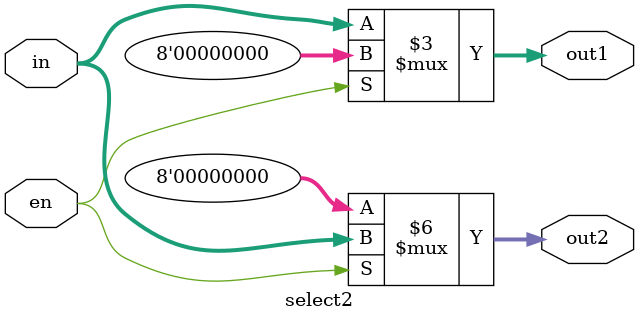
<source format=v>
module select2(en,in,out1,out2);
input en;
input [7:0]in;
output [7:0]out1,out2;
reg [7:0]out1,out2;
	always
		begin
			if(en)
			begin
			out2<=in;
			out1<=0;
			end
			else
			begin
			out1<=in;
			out2<=0;
			end
		end

endmodule

</source>
